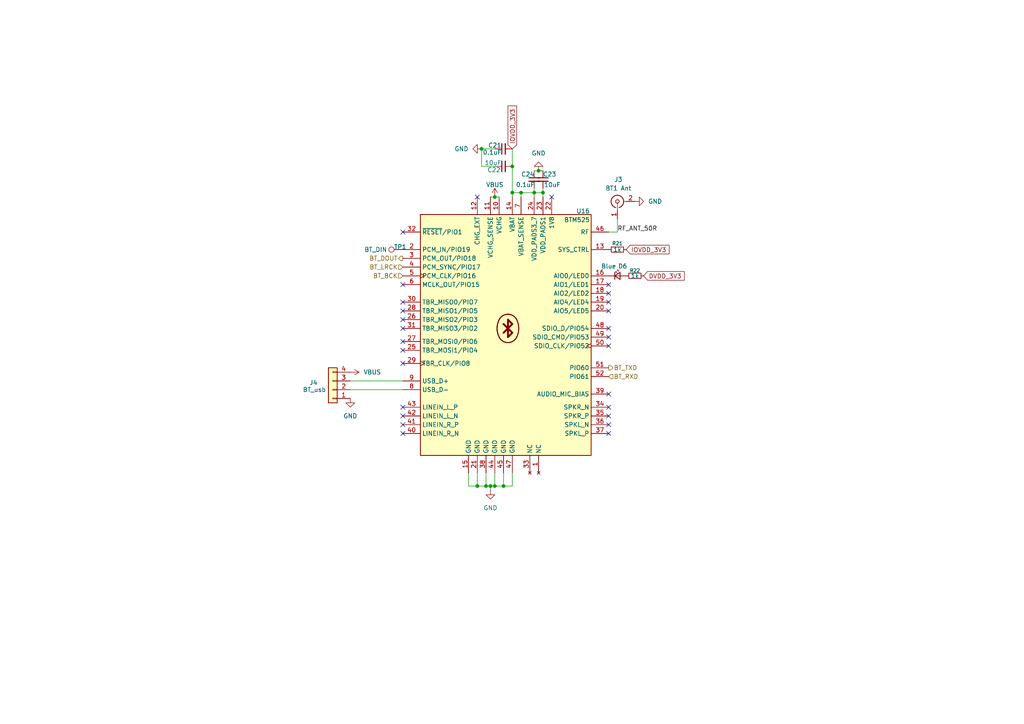
<source format=kicad_sch>
(kicad_sch (version 20250114) (generator "eeschema") (generator_version "9.0")
  (paper "A4")
  (lib_symbols
    (symbol "Connector:Conn_Coaxial" (pin_names (offset 1.016) (hide yes))
      (property "Reference" "J" (at 0.254 3.048 0))
      (property "Value" "Conn_Coaxial" (at 2.921 0 90))
      (symbol "Conn_Coaxial_0_1"
        (polyline (pts (xy -2.54 0) (xy -0.508 0)))
        (arc (start 1.778 0) (mid 0.222 -1.8079) (end -1.778 -0.508) (stroke (width 0.254)))
        (arc (start -1.778 0.508) (mid 0.2221 1.8084) (end 1.778 0) (stroke (width 0.254)))
        (circle (center 0 0) (radius 0.508) (stroke (width 0.2032)))
        (polyline (pts (xy 0 -2.54) (xy 0 -1.778)))
      )
      (symbol "Conn_Coaxial_1_1"
        (pin passive line (at -5.08 0 0) (length 2.54) (name "In") (number "1"))
        (pin passive line (at 0 -5.08 90) (length 2.54) (name "Ext") (number "2"))
      )
    )
    (symbol "Connector:TestPoint" (pin_numbers (hide yes)) (pin_names (offset 0.762) (hide yes))
      (property "Reference" "TP" (at 0 6.858 0))
      (property "Value" "TestPoint" (at 0 5.08 0))
      (symbol "TestPoint_0_1"
        (circle (center 0 3.302) (radius 0.762))
      )
      (symbol "TestPoint_1_1"
        (pin passive line (at 0 0 90) (length 2.54) (name "1") (number "1"))
      )
    )
    (symbol "Connector_Generic:Conn_01x04" (pin_names (offset 1.016) (hide yes))
      (property "Reference" "J" (at 0 5.08 0))
      (property "Value" "Conn_01x04" (at 0 -7.62 0))
      (symbol "Conn_01x04_1_1"
        (rectangle (start -1.27 3.81) (end 1.27 -6.35) (stroke (width 0.254)) (fill (type background)))
        (rectangle (start -1.27 2.667) (end 0 2.413) (stroke (width 0.1524)))
        (rectangle (start -1.27 0.127) (end 0 -0.127) (stroke (width 0.1524)))
        (rectangle (start -1.27 -2.413) (end 0 -2.667) (stroke (width 0.1524)))
        (rectangle (start -1.27 -4.953) (end 0 -5.207) (stroke (width 0.1524)))
        (pin passive line (at -5.08 2.54 0) (length 3.81) (name "Pin_1") (number "1"))
        (pin passive line (at -5.08 0 0) (length 3.81) (name "Pin_2") (number "2"))
        (pin passive line (at -5.08 -2.54 0) (length 3.81) (name "Pin_3") (number "3"))
        (pin passive line (at -5.08 -5.08 0) (length 3.81) (name "Pin_4") (number "4"))
      )
    )
    (symbol "Device:C_Small" (pin_numbers (hide yes)) (pin_names (offset 0.254) (hide yes))
      (property "Reference" "C" (at 0.254 1.778 0))
      (property "Value" "C_Small" (at 0.254 -2.032 0))
      (symbol "C_Small_0_1"
        (polyline (pts (xy -1.524 0.508) (xy 1.524 0.508)) (stroke (width 0.3048)))
        (polyline (pts (xy -1.524 -0.508) (xy 1.524 -0.508)) (stroke (width 0.3302)))
      )
      (symbol "C_Small_1_1"
        (pin passive line (at 0 2.54 270) (length 2.032) (name "~") (number "1"))
        (pin passive line (at 0 -2.54 90) (length 2.032) (name "~") (number "2"))
      )
    )
    (symbol "Device:LED_Small" (pin_numbers (hide yes)) (pin_names (offset 0.254) (hide yes))
      (property "Reference" "D" (at -1.27 3.175 0))
      (property "Value" "LED_Small" (at -4.445 -2.54 0))
      (symbol "LED_Small_0_1"
        (polyline (pts (xy -0.762 -1.016) (xy -0.762 1.016)) (stroke (width 0.254)))
        (polyline (pts (xy 0 0.762) (xy -0.508 1.27) (xy -0.254 1.27) (xy -0.508 1.27) (xy -0.508 1.016)))
        (polyline (pts (xy 0.508 1.27) (xy 0 1.778) (xy 0.254 1.778) (xy 0 1.778) (xy 0 1.524)))
        (polyline (pts (xy 0.762 -1.016) (xy -0.762 0) (xy 0.762 1.016) (xy 0.762 -1.016)) (stroke (width 0.254)))
        (polyline (pts (xy 1.016 0) (xy -0.762 0)))
      )
      (symbol "LED_Small_1_1"
        (pin passive line (at -2.54 0 0) (length 1.778) (name "K") (number "1"))
        (pin passive line (at 2.54 0 180) (length 1.778) (name "A") (number "2"))
      )
    )
    (symbol "Device:R_Small" (pin_numbers (hide yes)) (pin_names (offset 0.254) (hide yes))
      (property "Reference" "R" (at 0 0 90))
      (property "Value" "R_Small" (at 1.778 0 90))
      (symbol "R_Small_0_1"
        (rectangle (start -0.762 1.778) (end 0.762 -1.778) (stroke (width 0.2032)))
      )
      (symbol "R_Small_1_1"
        (pin passive line (at 0 2.54 270) (length 0.762) (name "~") (number "1"))
        (pin passive line (at 0 -2.54 90) (length 0.762) (name "~") (number "2"))
      )
    )
    (symbol "easyeda2kicad:BTM525"
      (property "Reference" "U" (at -19.812 37.846 0))
      (property "Value" "BTM525" (at -19.812 35.814 0))
      (symbol "BTM525_0_1"
        (rectangle (start -24.13 34.29) (end 25.4 -35.56) (stroke (width 0.254)) (fill (type background)))
        (arc (start 3.81 3.81) (mid 4.4096 1.27) (end 3.81 -1.27) (stroke (width 0.254)) (fill (type background)))
        (arc (start 3.81 3.81) (mid 4.4096 1.27) (end 3.81 -1.27) (stroke (width 0.254)) (fill (type background)))
        (polyline (pts (xy 1.27 3.81) (xy 2.54 2.54) (xy 1.27 1.27) (xy 2.54 0) (xy 1.27 -1.27) (xy 1.27 3.81)) (stroke (width 0.508)))
        (polyline (pts (xy 1.27 3.81) (xy 2.54 2.54) (xy 1.27 1.27) (xy 2.54 0) (xy 1.27 -1.27) (xy 1.27 3.81)) (stroke (width 0.508)))
        (arc (start -1.27 3.81) (mid 1.27 5.3798) (end 3.81 3.81) (stroke (width 0.254)) (fill (type background)))
        (arc (start -1.27 3.81) (mid 1.27 5.3798) (end 3.81 3.81) (stroke (width 0.254)) (fill (type background)))
        (arc (start -1.27 3.81) (mid 1.27 5.3798) (end 3.81 3.81) (stroke (width 0.254)) (fill (type background)))
        (polyline (pts (xy 1.27 1.27) (xy 0 2.54)) (stroke (width 0.508)))
        (polyline (pts (xy 1.27 1.27) (xy 0 2.54)) (stroke (width 0.508)))
        (polyline (pts (xy 1.27 1.27) (xy 0 0)) (stroke (width 0.508)))
        (polyline (pts (xy 1.27 1.27) (xy 0 0)) (stroke (width 0.508)))
        (arc (start 3.81 -1.27) (mid 1.27 -2.8398) (end -1.27 -1.27) (stroke (width 0.254)) (fill (type background)))
        (arc (start 3.81 -1.27) (mid 1.27 -2.8398) (end -1.27 -1.27) (stroke (width 0.254)) (fill (type background)))
        (arc (start 3.81 -1.27) (mid 1.27 -2.8398) (end -1.27 -1.27) (stroke (width 0.254)) (fill (type background)))
        (arc (start -1.27 -1.27) (mid -1.8696 1.27) (end -1.27 3.81) (stroke (width 0.254)) (fill (type background)))
        (arc (start -1.27 -1.27) (mid -1.8696 1.27) (end -1.27 3.81) (stroke (width 0.254)) (fill (type background)))
        (arc (start -1.27 -1.27) (mid -1.8696 1.27) (end -1.27 3.81) (stroke (width 0.254)) (fill (type background)))
      )
      (symbol "BTM525_1_1"
        (pin bidirectional line (at -29.21 29.21 0) (length 5.08) (name "~{RESET}/PIO1") (number "32"))
        (pin input line (at -29.21 24.13 0) (length 5.08) (name "PCM_IN/PIO19") (number "2"))
        (pin output line (at -29.21 21.59 0) (length 5.08) (name "PCM_OUT/PIO18") (number "3"))
        (pin bidirectional line (at -29.21 19.05 0) (length 5.08) (name "PCM_SYNC/PIO17") (number "4"))
        (pin bidirectional clock (at -29.21 16.51 0) (length 5.08) (name "PCM_CLK/PIO16") (number "5"))
        (pin output line (at -29.21 13.97 0) (length 5.08) (name "MCLK_OUT/PIO15") (number "6"))
        (pin bidirectional line (at -29.21 8.89 0) (length 5.08) (name "TBR_MISO0/PIO7") (number "30"))
        (pin bidirectional line (at -29.21 6.35 0) (length 5.08) (name "TBR_MISO1/PIO5") (number "28"))
        (pin bidirectional line (at -29.21 3.81 0) (length 5.08) (name "TBR_MISO2/PIO3") (number "26"))
        (pin bidirectional line (at -29.21 1.27 0) (length 5.08) (name "TBR_MISO3/PIO2") (number "31"))
        (pin bidirectional line (at -29.21 -2.54 0) (length 5.08) (name "TBR_MOSI0/PIO6") (number "27"))
        (pin bidirectional line (at -29.21 -5.08 0) (length 5.08) (name "TBR_MOSI1/PIO4") (number "25"))
        (pin bidirectional clock (at -29.21 -8.89 0) (length 5.08) (name "TBR_CLK/PIO8") (number "29"))
        (pin bidirectional line (at -29.21 -13.97 0) (length 5.08) (name "USB_D+") (number "9"))
        (pin bidirectional line (at -29.21 -16.51 0) (length 5.08) (name "USB_D-") (number "8"))
        (pin output line (at -29.21 -21.59 0) (length 5.08) (name "LINEIN_L_P") (number "43"))
        (pin output line (at -29.21 -24.13 0) (length 5.08) (name "LINEIN_L_N") (number "42"))
        (pin output line (at -29.21 -26.67 0) (length 5.08) (name "LINEIN_R_P") (number "41"))
        (pin output line (at -29.21 -29.21 0) (length 5.08) (name "LINEIN_R_N") (number "40"))
        (pin power_in line (at -10.16 -40.64 90) (length 5.08) (name "GND") (number "15"))
        (pin power_in line (at -7.62 39.37 270) (length 5.08) (name "CHG_EXT") (number "12"))
        (pin power_in line (at -7.62 -40.64 90) (length 5.08) (name "GND") (number "21"))
        (pin power_in line (at -5.08 -40.64 90) (length 5.08) (name "GND") (number "38"))
        (pin power_in line (at -3.81 39.37 270) (length 5.08) (name "VCHG_SENSE") (number "11"))
        (pin power_in line (at -2.54 -40.64 90) (length 5.08) (name "GND") (number "44"))
        (pin power_in line (at -1.27 39.37 270) (length 5.08) (name "VCHG") (number "10"))
        (pin power_in line (at 0 -40.64 90) (length 5.08) (name "GND") (number "45"))
        (pin power_in line (at 2.54 39.37 270) (length 5.08) (name "VBAT") (number "14"))
        (pin power_in line (at 2.54 -40.64 90) (length 5.08) (name "GND") (number "47"))
        (pin power_in line (at 5.08 39.37 270) (length 5.08) (name "VBAT_SENSE") (number "7"))
        (pin no_connect line (at 7.62 -40.64 90) (length 5.08) (name "NC") (number "33"))
        (pin power_in line (at 8.89 39.37 270) (length 5.08) (name "VDD_PADS3_7") (number "24"))
        (pin no_connect line (at 10.16 -40.64 90) (length 5.08) (name "NC") (number "1"))
        (pin power_in line (at 11.43 39.37 270) (length 5.08) (name "VDD_PADS1") (number "23"))
        (pin power_out line (at 13.97 39.37 270) (length 5.08) (name "1V8") (number "22"))
        (pin passive line (at 30.48 29.21 180) (length 5.08) (name "RF") (number "46"))
        (pin input line (at 30.48 24.13 180) (length 5.08) (name "SYS_CTRL") (number "13"))
        (pin bidirectional line (at 30.48 16.51 180) (length 5.08) (name "AIO0/LED0") (number "16"))
        (pin bidirectional line (at 30.48 13.97 180) (length 5.08) (name "AIO1/LED1") (number "17"))
        (pin bidirectional line (at 30.48 11.43 180) (length 5.08) (name "AIO2/LED2") (number "18"))
        (pin bidirectional line (at 30.48 8.89 180) (length 5.08) (name "AIO4/LED4") (number "19"))
        (pin bidirectional line (at 30.48 6.35 180) (length 5.08) (name "AIO5/LED5") (number "20"))
        (pin bidirectional line (at 30.48 1.27 180) (length 5.08) (name "SDIO_D/PIO54") (number "48"))
        (pin bidirectional line (at 30.48 -1.27 180) (length 5.08) (name "SDIO_CMD/PIO53") (number "49"))
        (pin bidirectional clock (at 30.48 -3.81 180) (length 5.08) (name "SDIO_CLK/PIO52") (number "50"))
        (pin bidirectional line (at 30.48 -10.16 180) (length 5.08) (name "PIO60") (number "51"))
        (pin bidirectional line (at 30.48 -12.7 180) (length 5.08) (name "PIO61") (number "52"))
        (pin output line (at 30.48 -17.78 180) (length 5.08) (name "AUDIO_MIC_BIAS") (number "39"))
        (pin output line (at 30.48 -21.59 180) (length 5.08) (name "SPKR_N") (number "34"))
        (pin output line (at 30.48 -24.13 180) (length 5.08) (name "SPKR_P") (number "35"))
        (pin output line (at 30.48 -26.67 180) (length 5.08) (name "SPKL_N") (number "36"))
        (pin output line (at 30.48 -29.21 180) (length 5.08) (name "SPKL_P") (number "37"))
      )
    )
    (symbol "power:GND" (power) (pin_numbers (hide yes)) (pin_names (offset 0) (hide yes))
      (property "Value" "GND" (at 0 -3.81 0))
      (symbol "GND_0_1"
        (polyline (pts (xy 0 0) (xy 0 -1.27) (xy 1.27 -1.27) (xy 0 -2.54) (xy -1.27 -1.27) (xy 0 -1.27)))
      )
      (symbol "GND_1_1"
        (pin power_in line (at 0 0 270) (length 0) (name "~") (number "1"))
      )
    )
    (symbol "power:VBUS" (power) (pin_numbers (hide yes)) (pin_names (offset 0) (hide yes))
      (property "Value" "VBUS" (at 0 3.556 0))
      (symbol "VBUS_0_1"
        (polyline (pts (xy -0.762 1.27) (xy 0 2.54)))
        (polyline (pts (xy 0 2.54) (xy 0.762 1.27)))
        (polyline (pts (xy 0 0) (xy 0 2.54)))
      )
      (symbol "VBUS_1_1"
        (pin power_in line (at 0 0 90) (length 0) (name "~") (number "1"))
      )
    )
  )
  (junction (at 154.94 55.88))
  (junction (at 148.59 55.88))
  (junction (at 156.21 49.53))
  (junction (at 157.48 55.88))
  (junction (at 143.51 57.15))
  (junction (at 148.59 48.26))
  (junction (at 143.51 140.97))
  (junction (at 138.43 140.97))
  (junction (at 142.24 140.97))
  (junction (at 140.97 140.97))
  (junction (at 151.13 55.88))
  (junction (at 146.05 140.97))
  (junction (at 139.7 43.18))
  (no_connect (at 176.53 87.63))
  (no_connect (at 138.43 57.15))
  (no_connect (at 176.53 97.79))
  (no_connect (at 116.84 105.41))
  (no_connect (at 116.84 90.17))
  (no_connect (at 116.84 67.31))
  (no_connect (at 116.84 120.65))
  (no_connect (at 176.53 123.19))
  (no_connect (at 116.84 82.55))
  (no_connect (at 116.84 87.63))
  (no_connect (at 176.53 90.17))
  (no_connect (at 160.02 57.15))
  (no_connect (at 176.53 125.73))
  (no_connect (at 176.53 114.3))
  (no_connect (at 176.53 120.65))
  (no_connect (at 116.84 118.11))
  (no_connect (at 116.84 99.06))
  (no_connect (at 176.53 95.25))
  (no_connect (at 176.53 118.11))
  (no_connect (at 176.53 82.55))
  (no_connect (at 176.53 100.33))
  (no_connect (at 176.53 85.09))
  (no_connect (at 116.84 92.71))
  (no_connect (at 116.84 123.19))
  (no_connect (at 116.84 125.73))
  (no_connect (at 116.84 101.6))
  (no_connect (at 116.84 95.25))
  (wire (pts (xy 148.59 48.26) (xy 148.59 55.88)))
  (wire (pts (xy 138.43 140.97) (xy 135.89 140.97)))
  (wire (pts (xy 146.05 140.97) (xy 146.05 137.16)))
  (wire (pts (xy 148.59 43.18) (xy 148.59 48.26)))
  (wire (pts (xy 148.59 140.97) (xy 148.59 137.16)))
  (wire (pts (xy 142.24 140.97) (xy 143.51 140.97)))
  (wire (pts (xy 154.94 49.53) (xy 156.21 49.53)))
  (wire (pts (xy 143.51 57.15) (xy 144.78 57.15)))
  (wire (pts (xy 143.51 57.15) (xy 142.24 57.15)))
  (wire (pts (xy 140.97 137.16) (xy 140.97 140.97)))
  (wire (pts (xy 139.7 48.26) (xy 143.51 48.26)))
  (wire (pts (xy 148.59 55.88) (xy 151.13 55.88)))
  (wire (pts (xy 139.7 43.18) (xy 143.51 43.18)))
  (wire (pts (xy 143.51 140.97) (xy 143.51 137.16)))
  (wire (pts (xy 157.48 55.88) (xy 157.48 57.15)))
  (wire (pts (xy 135.89 140.97) (xy 135.89 137.16)))
  (wire (pts (xy 140.97 140.97) (xy 138.43 140.97)))
  (wire (pts (xy 148.59 55.88) (xy 148.59 57.15)))
  (wire (pts (xy 143.51 140.97) (xy 146.05 140.97)))
  (wire (pts (xy 157.48 54.61) (xy 157.48 55.88)))
  (wire (pts (xy 179.07 67.31) (xy 179.07 63.5)))
  (wire (pts (xy 176.53 67.31) (xy 179.07 67.31)))
  (wire (pts (xy 154.94 55.88) (xy 157.48 55.88)))
  (wire (pts (xy 138.43 137.16) (xy 138.43 140.97)))
  (wire (pts (xy 154.94 55.88) (xy 154.94 57.15)))
  (wire (pts (xy 154.94 54.61) (xy 154.94 55.88)))
  (wire (pts (xy 151.13 55.88) (xy 151.13 57.15)))
  (wire (pts (xy 139.7 48.26) (xy 139.7 43.18)))
  (wire (pts (xy 151.13 55.88) (xy 154.94 55.88)))
  (wire (pts (xy 142.24 140.97) (xy 140.97 140.97)))
  (wire (pts (xy 157.48 49.53) (xy 156.21 49.53)))
  (wire (pts (xy 101.6 113.03) (xy 116.84 113.03)))
  (wire (pts (xy 101.6 110.49) (xy 116.84 110.49)))
  (wire (pts (xy 142.24 142.24) (xy 142.24 140.97)))
  (wire (pts (xy 146.05 140.97) (xy 148.59 140.97)))
  (label "RF_ANT_50R" (at 179.07 67.31 0))
  (global_label "DVDD_3V3" (shape input) (at 186.69 80.01 0) (property "Intersheetrefs" "${INTERSHEET_REFS}" (effects (hide yes))))
  (global_label "IOVDD_3V3" (shape input) (at 181.61 72.39 0) (property "Intersheetrefs" "${INTERSHEET_REFS}" (effects (hide yes))))
  (global_label "IOVDD_3V3" (shape input) (at 148.59 43.18 90) (property "Intersheetrefs" "${INTERSHEET_REFS}" (effects (hide yes))))
  (hierarchical_label "BT_DOUT" (shape output) (at 116.84 74.93 180))
  (hierarchical_label "BT_LRCK" (shape input) (at 116.84 77.47 180))
  (hierarchical_label "BT_RXD" (shape input) (at 176.53 109.22 0))
  (hierarchical_label "BT_TXD" (shape output) (at 176.53 106.68 0))
  (hierarchical_label "BT_BCK" (shape input) (at 116.84 80.01 180))
  (symbol (lib_id "Connector:TestPoint") (at 116.84 72.39 90) (unit 1)
    (property "Reference" "TP1" (at 116.078 71.628 90))
    (property "Value" "BT_DIN" (at 108.966 72.39 90))
    (property "Description" "test point" (effects (hide yes)))
  )
  (symbol (lib_id "Device:R_Small") (at 184.15 80.01 90) (unit 1)
    (property "Reference" "R22" (at 184.15 78.486 90) (effects (font (size 1.016 1.016))))
    (property "Value" "1k" (at 184.15 80.01 90))
    (property "Description" "Resistor, small symbol" (effects (hide yes)))
  )
  (symbol (lib_id "Device:C_Small") (at 157.48 52.07 0) (unit 1)
    (property "Reference" "C23" (at 157.48 50.546 0) (effects (justify left)))
    (property "Value" "10uF" (at 157.734 53.594 0) (effects (justify left)))
    (property "Description" "Unpolarized capacitor, small symbol" (effects (hide yes)))
  )
  (symbol (lib_id "power:VBUS") (at 101.6 107.95 270) (unit 1)
    (property "Reference" "#PWR064" (effects (hide yes)))
    (property "Value" "VBUS" (at 105.41 107.9499 90) (effects (justify left)))
    (property "Description" "Power symbol creates a global label with name \"VBUS\"" (effects (hide yes)))
  )
  (symbol (lib_id "power:GND") (at 139.7 43.18 270) (unit 1)
    (property "Reference" "#PWR055" (effects (hide yes)))
    (property "Value" "GND" (at 135.89 43.1799 90) (effects (justify right)))
    (property "Description" "Power symbol creates a global label with name \"GND\" , ground" (effects (hide yes)))
  )
  (symbol (lib_id "Device:C_Small") (at 154.94 52.07 0) (unit 1)
    (property "Reference" "C24" (at 151.13 50.546 0) (effects (justify left)))
    (property "Value" "0.1uF" (at 149.606 53.594 0) (effects (justify left)))
    (property "Description" "Unpolarized capacitor, small symbol" (effects (hide yes)))
  )
  (symbol (lib_id "power:VBUS") (at 143.51 57.15 0) (unit 1)
    (property "Reference" "#PWR061" (effects (hide yes)))
    (property "Value" "VBUS" (at 143.51 53.594 0))
    (property "Description" "Power symbol creates a global label with name \"VBUS\"" (effects (hide yes)))
  )
  (symbol (lib_id "Connector:Conn_Coaxial") (at 179.07 58.42 90) (unit 1)
    (property "Reference" "J3" (at 179.3632 52.07 90))
    (property "Value" "BT1 Ant" (at 179.3632 54.61 90))
    (property "Footprint" "easyeda2kicad:ANT-SMD_UFL-R-SMT-1-10" (effects (hide yes)))
    (property "Description" "coaxial connector (BNC, SMA, SMB, SMC, Cinch/RCA, LEMO, ...)" (effects (hide yes)))
  )
  (symbol (lib_id "Connector_Generic:Conn_01x04") (at 96.52 113.03 180) (unit 1)
    (property "Reference" "J4" (at 90.932 110.998 0))
    (property "Value" "BT_usb" (at 91.186 113.03 0))
    (property "Description" "Generic connector, single row, 01x04, script generated (kicad-library-utils/schlib/autogen/connector/)" (effects (hide yes)))
  )
  (symbol (lib_id "easyeda2kicad:BTM525") (at 146.05 96.52 0) (unit 1)
    (property "Reference" "U16" (at 167.132 61.214 0) (effects (justify left)))
    (property "Value" "BTM525" (at 163.576 63.754 0) (effects (justify left)))
    (property "Footprint" "easyeda2kicad:SJR-BTM525" (effects (hide yes)))
    (property "Datasheet" "https://tianjiarun-1251103446.cos.ap-guangzhou.myqcloud.com/zb_users/upload/2020/04/SJR-BTM525_SPEC.pdf" (effects (hide yes)))
  )
  (symbol (lib_id "power:GND") (at 184.15 58.42 90) (unit 1)
    (property "Reference" "#PWR058" (effects (hide yes)))
    (property "Value" "GND" (at 187.96 58.4199 90) (effects (justify right)))
    (property "Description" "Power symbol creates a global label with name \"GND\" , ground" (effects (hide yes)))
  )
  (symbol (lib_id "power:GND") (at 101.6 115.57 0) (unit 1)
    (property "Reference" "#PWR063" (effects (hide yes)))
    (property "Value" "GND" (at 101.6 120.65 0))
    (property "Description" "Power symbol creates a global label with name \"GND\" , ground" (effects (hide yes)))
  )
  (symbol (lib_id "Device:LED_Small") (at 179.07 80.01 0) (unit 1)
    (property "Reference" "D6" (at 180.594 77.216 0))
    (property "Value" "Blue" (at 176.53 77.216 0))
    (property "Description" "Light emitting diode, small symbol" (effects (hide yes)))
    (property "Sim.Pin" "1=K 2=A" (effects (hide yes)))
  )
  (symbol (lib_id "power:GND") (at 142.24 142.24 0) (unit 1)
    (property "Reference" "#PWR059" (effects (hide yes)))
    (property "Value" "GND" (at 142.24 147.32 0))
    (property "Description" "Power symbol creates a global label with name \"GND\" , ground" (effects (hide yes)))
  )
  (symbol (lib_id "power:GND") (at 156.21 49.53 180) (unit 1)
    (property "Reference" "#PWR057" (effects (hide yes)))
    (property "Value" "GND" (at 156.21 44.45 0))
    (property "Description" "Power symbol creates a global label with name \"GND\" , ground" (effects (hide yes)))
  )
  (symbol (lib_id "Device:C_Small") (at 146.05 43.18 90) (unit 1)
    (property "Reference" "C21" (at 143.51 42.164 90))
    (property "Value" "0.1uF" (at 142.748 44.196 90))
    (property "Description" "Unpolarized capacitor, small symbol" (effects (hide yes)))
  )
  (symbol (lib_id "Device:C_Small") (at 146.05 48.26 90) (unit 1)
    (property "Reference" "C22" (at 143.256 49.276 90))
    (property "Value" "10uF" (at 143.002 47.244 90))
    (property "Description" "Unpolarized capacitor, small symbol" (effects (hide yes)))
  )
  (symbol (lib_id "Device:R_Small") (at 179.07 72.39 90) (unit 1)
    (property "Reference" "R21" (at 179.07 70.612 90) (effects (font (size 1.016 1.016))))
    (property "Value" "1k" (at 179.07 72.39 90))
    (property "Description" "Resistor, small symbol" (effects (hide yes)))
  )
)
</source>
